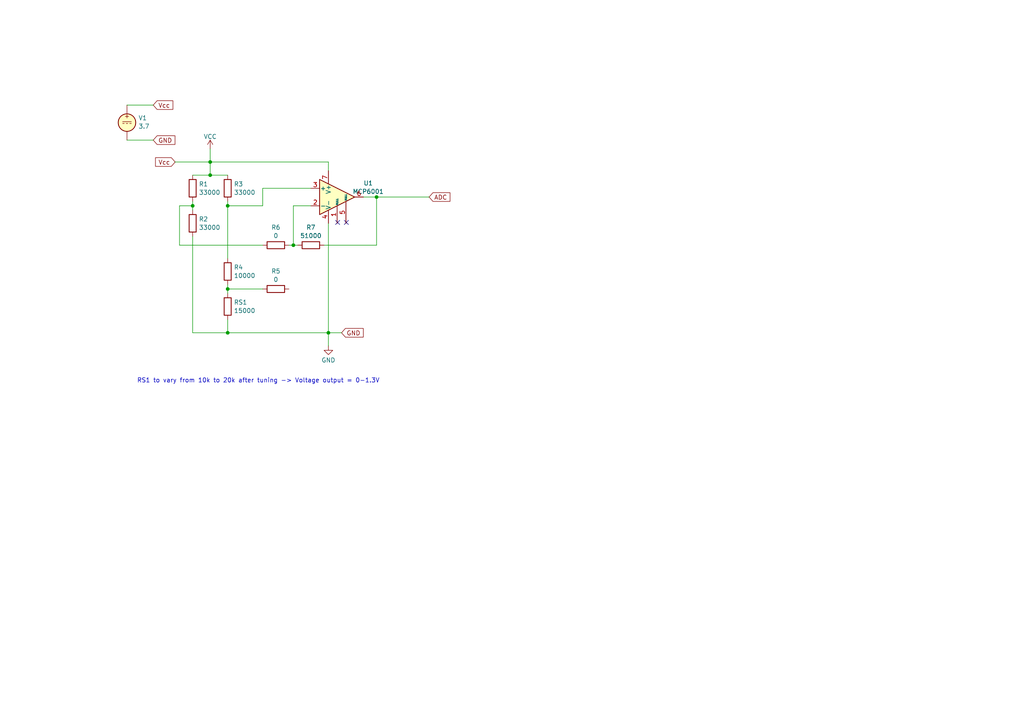
<source format=kicad_sch>
(kicad_sch (version 20231120) (generator "eeschema") (generator_version "8.0")
  (paper "A4")
  (lib_symbols
    (symbol "Amplifier_Operational:LM741" (pin_names (offset 0.127))
      (property "Reference" "U" (at 0 6.35 0))
      (property "Value" "LM741" (at 0 3.81 0))
      (symbol "LM741_0_1"
        (polyline (pts (xy -5.08 5.08) (xy 5.08 0) (xy -5.08 -5.08) (xy -5.08 5.08)) (stroke (width 0.254)) (fill (type background)))
      )
      (symbol "LM741_1_1"
        (pin input line (at 0 -7.62 90) (length 5.08) (name "NULL") (number "1"))
        (pin input line (at -7.62 -2.54 0) (length 2.54) (name "-") (number "2"))
        (pin input line (at -7.62 2.54 0) (length 2.54) (name "+") (number "3"))
        (pin power_in line (at -2.54 -7.62 90) (length 3.81) (name "V-") (number "4"))
        (pin input line (at 2.54 -7.62 90) (length 6.35) (name "NULL") (number "5"))
        (pin output line (at 7.62 0 180) (length 2.54) (name "~") (number "6"))
        (pin power_in line (at -2.54 7.62 270) (length 3.81) (name "V+") (number "7"))
        (pin no_connect line (at 0 2.54 270) (length 2.54) hide (name "NC") (number "8"))
      )
    )
    (symbol "Device:R" (pin_numbers hide) (pin_names (offset 0))
      (property "Reference" "R" (at 2.032 0 90))
      (property "Value" "R" (at 0 0 90))
      (symbol "R_0_1"
        (rectangle (start -1.016 -2.54) (end 1.016 2.54) (stroke (width 0.254)))
      )
      (symbol "R_1_1"
        (pin passive line (at 0 3.81 270) (length 1.27) (name "~") (number "1"))
        (pin passive line (at 0 -3.81 90) (length 1.27) (name "~") (number "2"))
      )
    )
    (symbol "Simulation_SPICE:VDC" (pin_numbers hide) (pin_names (offset 0.0254))
      (property "Reference" "V" (at 2.54 2.54 0))
      (property "Value" "1" (at 2.54 0 0))
      (symbol "VDC_0_0"
        (polyline (pts (xy -1.27 0.254) (xy 1.27 0.254)))
        (polyline (pts (xy -0.762 -0.254) (xy -1.27 -0.254)))
        (polyline (pts (xy 0.254 -0.254) (xy -0.254 -0.254)))
        (polyline (pts (xy 1.27 -0.254) (xy 0.762 -0.254)))
        (text "+" (at 0 1.905 0) (effects (font (size 1.27 1.27))))
      )
      (symbol "VDC_0_1"
        (circle (center 0 0) (radius 2.54) (stroke (width 0.254)) (fill (type background)))
      )
      (symbol "VDC_1_1"
        (pin passive line (at 0 5.08 270) (length 2.54) (name "~") (number "1"))
        (pin passive line (at 0 -5.08 90) (length 2.54) (name "~") (number "2"))
      )
    )
    (symbol "power:GND" (power) (pin_names (offset 0))
      (property "Value" "GND" (at 0 -3.81 0))
      (symbol "GND_0_1"
        (polyline (pts (xy 0 0) (xy 0 -1.27) (xy 1.27 -1.27) (xy 0 -2.54) (xy -1.27 -1.27) (xy 0 -1.27)))
      )
      (symbol "GND_1_1"
        (pin power_in line (at 0 0 270) (length 0) hide (name "GND") (number "1"))
      )
    )
    (symbol "power:VCC" (power) (pin_names (offset 0))
      (property "Value" "VCC" (at 0 3.81 0))
      (symbol "VCC_0_1"
        (polyline (pts (xy -0.762 1.27) (xy 0 2.54)))
        (polyline (pts (xy 0 0) (xy 0 2.54)))
        (polyline (pts (xy 0 2.54) (xy 0.762 1.27)))
      )
      (symbol "VCC_1_1"
        (pin power_in line (at 0 0 90) (length 0) hide (name "VCC") (number "1"))
      )
    )
  )
  (junction (at 66.04 96.52))
  (junction (at 85.09 71.12))
  (junction (at 55.88 59.69))
  (junction (at 109.22 57.15))
  (junction (at 60.96 46.99))
  (junction (at 66.04 59.69))
  (junction (at 60.96 50.8))
  (junction (at 66.04 83.82))
  (junction (at 95.25 96.52))
  (no_connect (at 97.917 64.516))
  (no_connect (at 100.457 64.516))
  (wire (pts (xy 36.83 40.64) (xy 44.45 40.64)))
  (wire (pts (xy 76.2 59.69) (xy 76.2 54.61)))
  (wire (pts (xy 55.88 68.58) (xy 55.88 96.52)))
  (wire (pts (xy 55.88 59.69) (xy 55.88 60.96)))
  (wire (pts (xy 52.07 71.12) (xy 76.2 71.12)))
  (wire (pts (xy 66.04 92.71) (xy 66.04 96.52)))
  (wire (pts (xy 109.22 71.12) (xy 109.22 57.15)))
  (wire (pts (xy 95.25 46.99) (xy 95.25 49.53)))
  (wire (pts (xy 66.04 96.52) (xy 95.25 96.52)))
  (wire (pts (xy 95.25 96.52) (xy 99.06 96.52)))
  (wire (pts (xy 55.88 58.42) (xy 55.88 59.69)))
  (wire (pts (xy 83.82 71.12) (xy 85.09 71.12)))
  (wire (pts (xy 109.22 57.15) (xy 124.46 57.15)))
  (wire (pts (xy 93.98 71.12) (xy 109.22 71.12)))
  (wire (pts (xy 55.88 96.52) (xy 66.04 96.52)))
  (wire (pts (xy 66.04 82.55) (xy 66.04 83.82)))
  (wire (pts (xy 95.25 64.77) (xy 95.25 96.52)))
  (wire (pts (xy 66.04 83.82) (xy 76.2 83.82)))
  (wire (pts (xy 60.96 46.99) (xy 60.96 50.8)))
  (wire (pts (xy 60.96 46.99) (xy 95.25 46.99)))
  (wire (pts (xy 50.8 46.99) (xy 60.96 46.99)))
  (wire (pts (xy 85.09 71.12) (xy 85.09 59.69)))
  (wire (pts (xy 66.04 83.82) (xy 66.04 85.09)))
  (wire (pts (xy 85.09 71.12) (xy 86.36 71.12)))
  (wire (pts (xy 52.07 59.69) (xy 55.88 59.69)))
  (wire (pts (xy 60.96 50.8) (xy 66.04 50.8)))
  (wire (pts (xy 85.09 59.69) (xy 90.17 59.69)))
  (wire (pts (xy 105.41 57.15) (xy 109.22 57.15)))
  (wire (pts (xy 95.25 96.52) (xy 95.25 100.33)))
  (wire (pts (xy 60.96 43.18) (xy 60.96 46.99)))
  (wire (pts (xy 76.2 54.61) (xy 90.17 54.61)))
  (wire (pts (xy 36.83 30.48) (xy 44.45 30.48)))
  (wire (pts (xy 66.04 59.69) (xy 76.2 59.69)))
  (wire (pts (xy 66.04 59.69) (xy 66.04 74.93)))
  (wire (pts (xy 66.04 58.42) (xy 66.04 59.69)))
  (wire (pts (xy 52.07 71.12) (xy 52.07 59.69)))
  (wire (pts (xy 55.88 50.8) (xy 60.96 50.8)))
  (text "RS1 to vary from 10k to 20k after tuning -> Voltage output = 0-1.3V" (at 74.93 110.49 0) (effects (font (size 1.27 1.27))))
  (global_label "Vcc" (shape input) (at 50.8 46.99 180) (property "Intersheetrefs" "${INTERSHEET_REFS}" (effects (hide yes))))
  (global_label "GND" (shape input) (at 99.06 96.52 0) (property "Intersheetrefs" "${INTERSHEET_REFS}" (effects (hide yes))))
  (global_label "GND" (shape input) (at 44.45 40.64 0) (property "Intersheetrefs" "${INTERSHEET_REFS}" (effects (hide yes))))
  (global_label "ADC" (shape input) (at 124.46 57.15 0) (property "Intersheetrefs" "${INTERSHEET_REFS}" (effects (hide yes))))
  (global_label "Vcc" (shape input) (at 44.45 30.48 0) (property "Intersheetrefs" "${INTERSHEET_REFS}" (effects (hide yes))))
  (symbol (lib_id "Simulation_SPICE:VDC") (at 36.83 35.56 0) (unit 1)
    (property "Reference" "V1" (at 40.132 34.218 0) (effects (justify left)))
    (property "Value" "3.7" (at 40.132 36.6423 0) (effects (justify left)))
    (property "Sim.Pins" "1=+ 2=-" (effects (hide yes)))
    (property "Sim.Type" "DC" (effects (hide yes)))
    (property "Sim.Device" "V" (effects (hide yes)))
  )
  (symbol (lib_id "Device:R") (at 80.01 83.82 90) (unit 1)
    (property "Reference" "R5" (at 80.01 78.6595 90))
    (property "Value" "0" (at 80.01 81.0838 90))
  )
  (symbol (lib_id "Amplifier_Operational:LM741") (at 97.79 57.15 0) (unit 1)
    (property "Reference" "U1" (at 106.7972 53.1328 0))
    (property "Value" "MCP6001" (at 106.7972 55.557 0))
    (property "Datasheet" "http://www.ti.com/lit/ds/symlink/lm741.pdf" (effects (hide yes)))
    (property "Sim.Library" "MCP6001.lib" (effects (hide yes)))
    (property "Sim.Name" "MCP6001" (effects (hide yes)))
    (property "Sim.Device" "SUBCKT" (effects (hide yes)))
    (property "Sim.Pins" "2=2 3=1 4=4 6=5 7=3" (effects (hide yes)))
  )
  (symbol (lib_id "Device:R") (at 80.01 71.12 90) (unit 1)
    (property "Reference" "R6" (at 80.01 65.9595 90))
    (property "Value" "0" (at 80.01 68.3838 90))
  )
  (symbol (lib_id "Device:R") (at 66.04 78.74 180) (unit 1)
    (property "Reference" "R4" (at 67.818 77.5278 0) (effects (justify right)))
    (property "Value" "10000" (at 67.818 79.9521 0) (effects (justify right)))
  )
  (symbol (lib_id "power:VCC") (at 60.96 43.18 0) (unit 1)
    (property "Reference" "#PWR01" (effects (hide yes)))
    (property "Value" "VCC" (at 60.96 39.624 0))
  )
  (symbol (lib_id "Device:R") (at 90.17 71.12 90) (unit 1)
    (property "Reference" "R7" (at 90.17 65.9595 90))
    (property "Value" "51000" (at 90.17 68.3838 90))
  )
  (symbol (lib_id "Device:R") (at 55.88 54.61 0) (unit 1)
    (property "Reference" "R1" (at 57.658 53.3978 0) (effects (justify left)))
    (property "Value" "33000" (at 57.658 55.8221 0) (effects (justify left)))
  )
  (symbol (lib_id "Device:R") (at 66.04 88.9 180) (unit 1)
    (property "Reference" "RS1" (at 67.818 87.6878 0) (effects (justify right)))
    (property "Value" "15000" (at 67.818 90.1121 0) (effects (justify right)))
  )
  (symbol (lib_id "power:GND") (at 95.25 100.33 0) (unit 1)
    (property "Reference" "#PWR02" (effects (hide yes)))
    (property "Value" "GND" (at 95.25 104.4631 0))
  )
  (symbol (lib_id "Device:R") (at 55.88 64.77 0) (unit 1)
    (property "Reference" "R2" (at 57.658 63.5578 0) (effects (justify left)))
    (property "Value" "33000" (at 57.658 65.9821 0) (effects (justify left)))
  )
  (symbol (lib_id "Device:R") (at 66.04 54.61 0) (unit 1)
    (property "Reference" "R3" (at 67.818 53.3978 0) (effects (justify left)))
    (property "Value" "33000" (at 67.818 55.8221 0) (effects (justify left)))
    (property "Sim.Device" "R" (effects (hide yes)))
    (property "Sim.Pins" "1=+ 2=-" (effects (hide yes)))
  )
)
</source>
